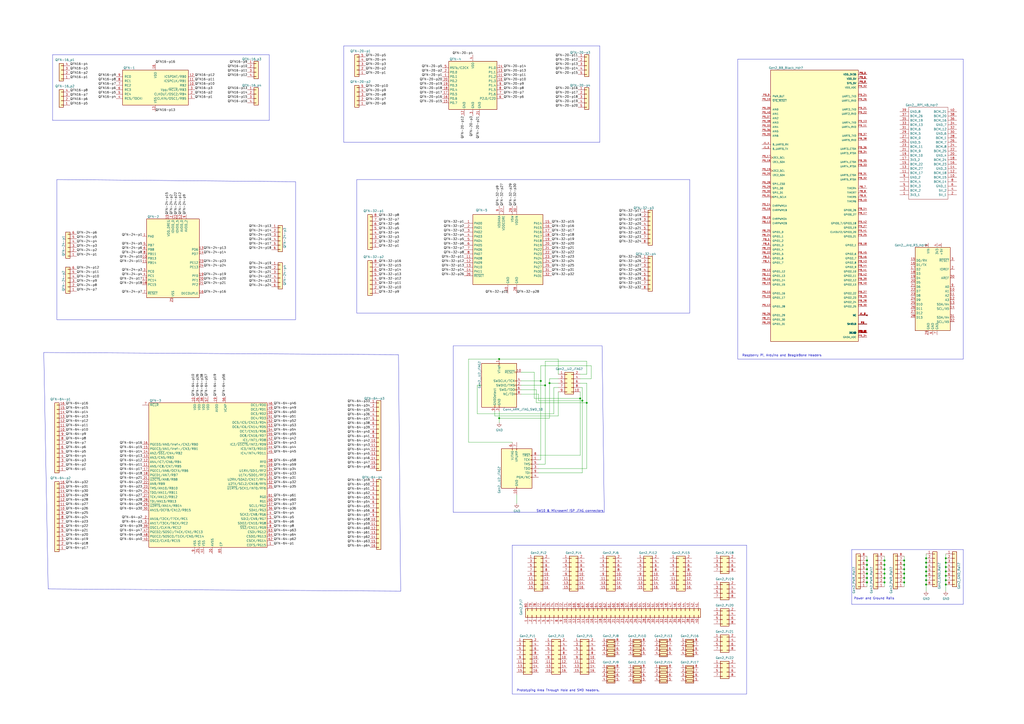
<source format=kicad_sch>
(kicad_sch (version 20230121) (generator eeschema)
  (paper "A2")
  (junction (at 548.64 339.09))
  (junction (at 537.21 323.85))
  (junction (at 513.08 335.28))
  (junction (at 537.21 331.47))
  (junction (at 502.92 332.74))
  (junction (at 548.64 336.55))
  (junction (at 502.92 325.12))
  (junction (at 337.82 232.41))
  (junction (at 513.08 332.74))
  (junction (at 318.77 222.25))
  (junction (at 289.56 208.28))
  (junction (at 548.64 328.93))
  (junction (at 513.08 327.66))
  (junction (at 513.08 330.2))
  (junction (at 524.51 330.2))
  (junction (at 316.23 223.52))
  (junction (at 340.36 233.68))
  (junction (at 513.08 337.82))
  (junction (at 537.21 328.93))
  (junction (at 524.51 332.74))
  (junction (at 524.51 325.12))
  (junction (at 524.51 327.66))
  (junction (at 502.92 330.2))
  (junction (at 548.64 334.01))
  (junction (at 524.51 335.28))
  (junction (at 537.21 339.09))
  (junction (at 502.92 335.28))
  (junction (at 336.55 231.14))
  (junction (at 502.92 327.66))
  (junction (at 537.21 326.39))
  (junction (at 513.08 325.12))
  (junction (at 548.64 326.39))
  (junction (at 524.51 337.82))
  (junction (at 313.69 220.98))
  (junction (at 537.21 334.01))
  (junction (at 502.92 337.82))
  (junction (at 548.64 331.47))
  (junction (at 548.64 323.85))
  (junction (at 289.56 242.57))
  (junction (at 537.21 336.55))
  (wire (pts (xy 271.78 208.28) (xy 289.56 208.28)))
  (wire (pts (xy 502.92 337.82) (xy 502.92 340.36)))
  (wire (pts (xy 302.26 215.9) (xy 309.88 215.9)))
  (polyline (pts (xy 207.01 104.14) (xy 207.01 181.61)))
  (polyline (pts (xy 558.8 350.52) (xy 494.03 350.52)))
  (wire (pts (xy 548.64 339.09) (xy 548.64 342.9)))
  (wire (pts (xy 340.36 233.68) (xy 340.36 271.78)))
  (wire (pts (xy 313.69 212.09) (xy 313.69 220.98)))
  (wire (pts (xy 276.86 240.03) (xy 276.86 223.52)))
  (wire (pts (xy 524.51 327.66) (xy 524.51 330.2)))
  (wire (pts (xy 337.82 232.41) (xy 337.82 274.32)))
  (wire (pts (xy 336.55 217.17) (xy 340.36 217.17)))
  (polyline (pts (xy 25.4 204.47) (xy 27.94 341.63)))
  (wire (pts (xy 537.21 336.55) (xy 537.21 339.09)))
  (wire (pts (xy 502.92 335.28) (xy 502.92 337.82)))
  (polyline (pts (xy 262.89 297.18) (xy 262.89 200.66)))
  (polyline (pts (xy 30.48 31.75) (xy 156.21 31.75)))
  (wire (pts (xy 318.77 242.57) (xy 289.56 242.57)))
  (polyline (pts (xy 297.18 402.59) (xy 297.18 316.23)))
  (wire (pts (xy 513.08 330.2) (xy 513.08 332.74)))
  (wire (pts (xy 513.08 322.58) (xy 513.08 325.12)))
  (wire (pts (xy 271.78 256.54) (xy 271.78 208.28)))
  (wire (pts (xy 297.18 256.54) (xy 271.78 256.54)))
  (wire (pts (xy 289.56 208.28) (xy 323.85 208.28)))
  (wire (pts (xy 309.88 231.14) (xy 336.55 231.14)))
  (wire (pts (xy 313.69 266.7) (xy 312.42 266.7)))
  (polyline (pts (xy 558.8 318.77) (xy 558.8 350.52)))
  (polyline (pts (xy 27.94 341.63) (xy 232.41 342.9)))
  (polyline (pts (xy 156.21 31.75) (xy 156.21 69.85)))
  (wire (pts (xy 323.85 208.28) (xy 323.85 217.17)))
  (wire (pts (xy 548.64 336.55) (xy 548.64 339.09)))
  (wire (pts (xy 537.21 323.85) (xy 537.21 326.39)))
  (wire (pts (xy 548.64 323.85) (xy 548.64 326.39)))
  (wire (pts (xy 337.82 224.79) (xy 337.82 232.41)))
  (wire (pts (xy 302.26 226.06) (xy 311.15 226.06)))
  (wire (pts (xy 340.36 217.17) (xy 340.36 209.55)))
  (wire (pts (xy 502.92 330.2) (xy 502.92 332.74)))
  (wire (pts (xy 537.21 331.47) (xy 537.21 334.01)))
  (wire (pts (xy 336.55 231.14) (xy 336.55 227.33)))
  (polyline (pts (xy 433.07 402.59) (xy 297.18 402.59)))
  (wire (pts (xy 524.51 325.12) (xy 524.51 327.66)))
  (wire (pts (xy 524.51 337.82) (xy 524.51 340.36)))
  (wire (pts (xy 311.15 233.68) (xy 340.36 233.68)))
  (wire (pts (xy 502.92 327.66) (xy 502.92 330.2)))
  (wire (pts (xy 502.92 325.12) (xy 502.92 327.66)))
  (wire (pts (xy 316.23 223.52) (xy 316.23 269.24)))
  (wire (pts (xy 502.92 322.58) (xy 502.92 325.12)))
  (wire (pts (xy 302.26 223.52) (xy 316.23 223.52)))
  (polyline (pts (xy 494.03 350.52) (xy 494.03 318.77)))
  (polyline (pts (xy 30.48 69.85) (xy 30.48 31.75)))
  (wire (pts (xy 323.85 241.3) (xy 323.85 227.33)))
  (wire (pts (xy 323.85 224.79) (xy 321.31 224.79)))
  (wire (pts (xy 342.9 212.09) (xy 313.69 212.09)))
  (wire (pts (xy 302.26 220.98) (xy 313.69 220.98)))
  (wire (pts (xy 336.55 224.79) (xy 337.82 224.79)))
  (wire (pts (xy 312.42 228.6) (xy 312.42 232.41)))
  (wire (pts (xy 537.21 321.31) (xy 537.21 323.85)))
  (wire (pts (xy 318.77 222.25) (xy 318.77 242.57)))
  (wire (pts (xy 340.36 222.25) (xy 340.36 233.68)))
  (polyline (pts (xy 427.99 208.28) (xy 427.99 34.29)))
  (wire (pts (xy 337.82 232.41) (xy 312.42 232.41)))
  (wire (pts (xy 336.55 264.16) (xy 312.42 264.16)))
  (wire (pts (xy 548.64 331.47) (xy 548.64 334.01)))
  (wire (pts (xy 316.23 209.55) (xy 316.23 223.52)))
  (wire (pts (xy 309.88 215.9) (xy 309.88 231.14)))
  (wire (pts (xy 316.23 269.24) (xy 312.42 269.24)))
  (wire (pts (xy 513.08 337.82) (xy 513.08 340.36)))
  (polyline (pts (xy 33.02 185.42) (xy 33.02 104.14)))
  (wire (pts (xy 513.08 332.74) (xy 513.08 335.28)))
  (polyline (pts (xy 433.07 316.23) (xy 433.07 402.59)))
  (polyline (pts (xy 558.8 208.28) (xy 427.99 208.28)))
  (wire (pts (xy 321.31 224.79) (xy 321.31 240.03)))
  (wire (pts (xy 548.64 326.39) (xy 548.64 328.93)))
  (wire (pts (xy 289.56 242.57) (xy 289.56 238.76)))
  (wire (pts (xy 524.51 332.74) (xy 524.51 335.28)))
  (polyline (pts (xy 232.41 342.9) (xy 231.14 205.74)))
  (wire (pts (xy 321.31 240.03) (xy 276.86 240.03)))
  (polyline (pts (xy 171.45 185.42) (xy 33.02 185.42)))
  (wire (pts (xy 502.92 332.74) (xy 502.92 335.28)))
  (polyline (pts (xy 350.52 297.18) (xy 262.89 297.18)))
  (polyline (pts (xy 262.89 200.66) (xy 349.25 200.66)))
  (wire (pts (xy 537.21 334.01) (xy 537.21 336.55)))
  (wire (pts (xy 537.21 339.09) (xy 537.21 342.9)))
  (polyline (pts (xy 494.03 318.77) (xy 558.8 318.77)))
  (polyline (pts (xy 33.02 104.14) (xy 171.45 105.41)))
  (wire (pts (xy 524.51 330.2) (xy 524.51 332.74)))
  (wire (pts (xy 287.02 238.76) (xy 287.02 241.3)))
  (wire (pts (xy 323.85 222.25) (xy 318.77 222.25)))
  (polyline (pts (xy 349.25 200.66) (xy 350.52 297.18)))
  (wire (pts (xy 537.21 326.39) (xy 537.21 328.93)))
  (wire (pts (xy 548.64 334.01) (xy 548.64 336.55)))
  (polyline (pts (xy 199.39 82.55) (xy 199.39 26.67)))
  (polyline (pts (xy 347.98 82.55) (xy 199.39 82.55)))
  (wire (pts (xy 276.86 223.52) (xy 279.4 223.52)))
  (polyline (pts (xy 156.21 69.85) (xy 30.48 69.85)))
  (wire (pts (xy 289.56 242.57) (xy 289.56 245.11)))
  (wire (pts (xy 513.08 335.28) (xy 513.08 337.82)))
  (polyline (pts (xy 558.8 34.29) (xy 558.8 208.28)))
  (polyline (pts (xy 400.05 181.61) (xy 400.05 104.14)))
  (wire (pts (xy 537.21 328.93) (xy 537.21 331.47)))
  (wire (pts (xy 318.77 219.71) (xy 323.85 219.71)))
  (wire (pts (xy 336.55 231.14) (xy 336.55 264.16)))
  (wire (pts (xy 336.55 222.25) (xy 340.36 222.25)))
  (polyline (pts (xy 427.99 34.29) (xy 558.8 34.29)))
  (polyline (pts (xy 171.45 105.41) (xy 171.45 185.42)))
  (polyline (pts (xy 400.05 104.14) (xy 207.01 104.14)))
  (wire (pts (xy 299.72 287.02) (xy 299.72 292.1)))
  (wire (pts (xy 513.08 325.12) (xy 513.08 327.66)))
  (wire (pts (xy 313.69 220.98) (xy 313.69 266.7)))
  (wire (pts (xy 340.36 271.78) (xy 312.42 271.78)))
  (wire (pts (xy 336.55 219.71) (xy 342.9 219.71)))
  (wire (pts (xy 548.64 321.31) (xy 548.64 323.85)))
  (wire (pts (xy 302.26 228.6) (xy 312.42 228.6)))
  (wire (pts (xy 287.02 241.3) (xy 323.85 241.3)))
  (polyline (pts (xy 199.39 26.67) (xy 347.98 26.67)))
  (polyline (pts (xy 297.18 316.23) (xy 433.07 316.23)))
  (wire (pts (xy 524.51 335.28) (xy 524.51 337.82)))
  (polyline (pts (xy 347.98 26.67) (xy 347.98 82.55)))
  (wire (pts (xy 548.64 328.93) (xy 548.64 331.47)))
  (polyline (pts (xy 231.14 205.74) (xy 25.4 204.47)))
  (wire (pts (xy 342.9 219.71) (xy 342.9 212.09)))
  (wire (pts (xy 524.51 322.58) (xy 524.51 325.12)))
  (wire (pts (xy 337.82 274.32) (xy 312.42 274.32)))
  (wire (pts (xy 318.77 219.71) (xy 318.77 222.25)))
  (wire (pts (xy 513.08 327.66) (xy 513.08 330.2)))
  (wire (pts (xy 311.15 226.06) (xy 311.15 233.68)))
  (wire (pts (xy 340.36 209.55) (xy 316.23 209.55)))
  (polyline (pts (xy 207.01 181.61) (xy 400.05 181.61)))
  (text "SW10 & Microsemi ISP JTAG connectors" (at 311.15 297.18 0) (effects (font (size 1.27 1.27)) (justify left bottom)))
  (text "Raspberry Pi, Arduino and BeagleBone Headers" (at 430.53 207.01 0) (effects (font (size 1.27 1.27)) (justify left bottom)))
  (text "Power and Ground Rails\n" (at 495.3 347.98 0) (effects (font (size 1.27 1.27)) (justify left bottom)))
  (text "Prototyping Area Through Hole and SMD headers." (at 299.72 401.32 0) (effects (font (size 1.27 1.27)) (justify left bottom)))
  (label "QFN-64-p11" (at 82.55 270.51 180))
  (label "QFN-64-p63" (at 214.63 314.96 180))
  (label "QFN-64-p57" (at 120.65 229.87 90))
  (label "QFN16-p11" (at 113.03 46.99 0))
  (label "QFN-24-p11" (at 82.55 152.4 180))
  (label "QFN-64-p46" (at 158.75 234.95 0))
  (label "QFN-32-p15" (at 219.71 154.94 0))
  (label "QFN-64-p25" (at 38.1 298.45 0))
  (label "QFN-24-p21" (at 118.11 165.1 0))
  (label "QFN-24-p8" (at 82.55 147.32 180))
  (label "QFN-32-p22" (at 320.04 147.32 0))
  (label "QFN-32-p29" (at 297.18 119.38 90))
  (label "QFN-24-p23" (at 157.48 163.83 180))
  (label "QFN16-p16" (at 90.17 36.83 0))
  (label "QFN-32-p26" (at 372.11 152.4 180))
  (label "QFN-64-p38" (at 118.11 229.87 90))
  (label "QFN-64-p4" (at 158.75 298.45 0))
  (label "QFN16-p13" (at 90.17 64.77 0))
  (label "QFN-64-p36" (at 214.63 241.3 180))
  (label "QFN-32-p21" (at 372.11 133.35 180))
  (label "QFN-64-p54" (at 214.63 292.1 180))
  (label "QFN-64-p17" (at 82.55 273.05 180))
  (label "QFN-64-p22" (at 82.55 280.67 180))
  (label "QFN-64-p46" (at 214.63 266.7 180))
  (label "QFN16-p8" (at 40.64 53.34 0))
  (label "QFN-64-p10" (at 38.1 250.19 0))
  (label "QFN-64-p47" (at 214.63 269.24 180))
  (label "QFN-20-p18" (at 256.54 52.07 180))
  (label "QFN-32-p1" (at 219.71 143.51 0))
  (label "QFN-24-p12" (at 44.45 156.21 0))
  (label "QFN-64-p59" (at 158.75 270.51 0))
  (label "QFN-20-p2" (at 212.09 40.64 0))
  (label "QFN-64-p14" (at 38.1 240.03 0))
  (label "QFN-32-p31" (at 320.04 157.48 0))
  (label "QFN-64-p58" (at 214.63 302.26 180))
  (label "QFN-64-p2" (at 38.1 270.51 0))
  (label "QFN-24-p19" (at 118.11 160.02 0))
  (label "QFN-64-p3" (at 82.55 303.53 180))
  (label "QFN-64-p19" (at 38.1 313.69 0))
  (label "QFN-64-p18" (at 82.55 275.59 180))
  (label "QFN-64-p34" (at 214.63 236.22 180))
  (label "QFN-64-p47" (at 82.55 308.61 180))
  (label "QFN-64-p27" (at 82.55 288.29 180))
  (label "QFN-32-p31" (at 372.11 165.1 180))
  (label "QFN-64-p19" (at 125.73 229.87 90))
  (label "QFN-32-p4" (at 269.24 137.16 180))
  (label "QFN-32-p20" (at 320.04 142.24 0))
  (label "QFN16-p6" (at 40.64 58.42 0))
  (label "QFN-64-p42" (at 158.75 255.27 0))
  (label "QFN-64-p26" (at 38.1 295.91 0))
  (label "QFN-64-p29" (at 38.1 288.29 0))
  (label "QFN-64-p35" (at 214.63 238.76 180))
  (label "QFN-20-p4" (at 274.32 31.75 180))
  (label "QFN-20-p12" (at 269.24 67.31 270))
  (label "QFN-32-p7" (at 269.24 144.78 180))
  (label "QFN-32-p18" (at 372.11 125.73 180))
  (label "QFN-32-p22" (at 372.11 135.89 180))
  (label "QFN-20-p15" (at 335.28 43.18 180))
  (label "QFN-24-p20" (at 118.11 162.56 0))
  (label "QFN-64-p30" (at 38.1 285.75 0))
  (label "QFN-32-p25" (at 320.04 154.94 0))
  (label "QFN-32-p27" (at 372.11 154.94 180))
  (label "QFN-24-p4" (at 44.45 140.97 0))
  (label "QFN-32-p9" (at 289.56 119.38 90))
  (label "QFN-20-p15" (at 256.54 59.69 180))
  (label "QFN-20-p18" (at 335.28 57.15 180))
  (label "QFN-64-p23" (at 82.55 283.21 180))
  (label "QFN-20-p12" (at 335.28 35.56 180))
  (label "QFN-64-p9" (at 38.1 252.73 0))
  (label "QFN-64-p28" (at 38.1 290.83 0))
  (label "QFN16-p10" (at 143.51 39.37 180))
  (label "QFN-24-p17" (at 82.55 162.56 180))
  (label "QFN-64-p58" (at 158.75 267.97 0))
  (label "QFN-32-p7" (at 219.71 128.27 0))
  (label "QFN-64-p64" (at 214.63 317.5 180))
  (label "QFN-20-p1" (at 212.09 43.18 0))
  (label "QFN-24-p20" (at 157.48 156.21 180))
  (label "QFN-24-p6" (at 82.55 144.78 180))
  (label "QFN-64-p62" (at 158.75 313.69 0))
  (label "QFN-64-p52" (at 214.63 287.02 180))
  (label "QFN-64-p5" (at 38.1 262.89 0))
  (label "QFN-64-p13" (at 82.55 265.43 180))
  (label "QFN-64-p31" (at 158.75 278.13 0))
  (label "QFN-32-p32" (at 320.04 160.02 0))
  (label "QFN-64-p16" (at 82.55 257.81 180))
  (label "QFN-20-p21" (at 278.13 67.31 270))
  (label "QFN-20-p17" (at 256.54 54.61 180))
  (label "QFN-20-p10" (at 212.09 50.8 0))
  (label "QFN-64-p32" (at 38.1 280.67 0))
  (label "QFN-32-p23" (at 372.11 138.43 180))
  (label "QFN-32-p13" (at 269.24 154.94 180))
  (label "QFN-32-p30" (at 299.72 119.38 90))
  (label "QFN-20-p7" (at 292.1 54.61 0))
  (label "QFN-64-p4" (at 38.1 265.43 0))
  (label "QFN16-p13" (at 143.51 52.07 180))
  (label "QFN-24-p22" (at 102.87 124.46 90))
  (label "QFN-64-p48" (at 214.63 271.78 180))
  (label "QFN16-p1" (at 40.64 45.72 0))
  (label "QFN-64-p48" (at 82.55 311.15 180))
  (label "QFN-64-p33" (at 214.63 233.68 180))
  (label "QFN-64-p16" (at 38.1 234.95 0))
  (label "QFN-64-p53" (at 214.63 289.56 180))
  (label "QFN-64-p12" (at 38.1 245.11 0))
  (label "QFN16-p15" (at 143.51 57.15 180))
  (label "QFN-64-p10" (at 113.03 229.87 90))
  (label "QFN-24-p10" (at 44.45 161.29 0))
  (label "QFN-32-p19" (at 372.11 128.27 180))
  (label "QFN-64-p43" (at 158.75 257.81 0))
  (label "QFN-32-p5" (at 219.71 133.35 0))
  (label "QFN-64-p59" (at 214.63 304.8 180))
  (label "QFN-24-p1" (at 82.55 137.16 180))
  (label "QFN-24-p7" (at 82.55 170.18 180))
  (label "QFN-64-p23" (at 38.1 303.53 0))
  (label "QFN-32-p8" (at 269.24 147.32 180))
  (label "QFN-24-p16" (at 118.11 170.18 0))
  (label "QFN-64-p30" (at 82.55 295.91 180))
  (label "QFN-24-p8" (at 44.45 166.37 0))
  (label "QFN-64-p17" (at 38.1 318.77 0))
  (label "QFN-20-p13" (at 335.28 38.1 180))
  (label "QFN-64-p63" (at 158.75 308.61 0))
  (label "QFN16-p5" (at 67.31 54.61 180))
  (label "QFN-64-p14" (at 82.55 262.89 180))
  (label "QFN-20-p3" (at 212.09 38.1 0))
  (label "QFN-24-p22" (at 157.48 161.29 180))
  (label "QFN16-p6" (at 67.31 52.07 180))
  (label "QFN-64-p56" (at 130.81 229.87 90))
  (label "QFN-32-p11" (at 269.24 149.86 180))
  (label "QFN-20-p9" (at 212.09 53.34 0))
  (label "QFN16-p2" (at 40.64 43.18 0))
  (label "QFN-32-p30" (at 372.11 162.56 180))
  (label "QFN-20-p1" (at 256.54 44.45 180))
  (label "QFN-64-p31" (at 38.1 283.21 0))
  (label "QFN-32-p17" (at 372.11 123.19 180))
  (label "QFN-20-p14" (at 292.1 39.37 0))
  (label "QFN-64-p57" (at 214.63 299.72 180))
  (label "QFN-64-p50" (at 214.63 281.94 180))
  (label "QFN16-p7" (at 67.31 49.53 180))
  (label "QFN-64-p45" (at 214.63 264.16 180))
  (label "QFN-20-p9" (at 292.1 49.53 0))
  (label "QFN-64-p37" (at 158.75 293.37 0))
  (label "QFN-24-p5" (at 44.45 138.43 0))
  (label "QFN-24-p19" (at 157.48 153.67 180))
  (label "QFN-24-p13" (at 157.48 132.08 180))
  (label "QFN-64-p27" (at 38.1 293.37 0))
  (label "QFN16-p3" (at 113.03 52.07 0))
  (label "QFN-64-p60" (at 158.75 290.83 0))
  (label "QFN-64-p24" (at 82.55 285.75 180))
  (label "QFN-24-p1" (at 44.45 148.59 0))
  (label "QFN-64-p39" (at 214.63 248.92 180))
  (label "QFN-32-p9" (at 219.71 170.18 0))
  (label "QFN-64-p42" (at 214.63 256.54 180))
  (label "QFN-24-p12" (at 105.41 124.46 90))
  (label "QFN-24-p5" (at 82.55 142.24 180))
  (label "QFN-64-p8" (at 158.75 306.07 0))
  (label "QFN-64-p12" (at 82.55 267.97 180))
  (label "QFN16-p4" (at 67.31 57.15 180))
  (label "QFN-64-p40" (at 82.55 313.69 180))
  (label "QFN16-p5" (at 40.64 60.96 0))
  (label "QFN-20-p6" (at 292.1 57.15 0))
  (label "QFN16-p16" (at 143.51 59.69 180))
  (label "QFN-32-p25" (at 372.11 149.86 180))
  (label "QFN-64-p37" (at 214.63 243.84 180))
  (label "QFN-24-p7" (at 44.45 168.91 0))
  (label "QFN-32-p16" (at 219.71 152.4 0))
  (label "QFN-20-p16" (at 335.28 52.07 180))
  (label "QFN-64-p34" (at 158.75 273.05 0))
  (label "QFN-32-p3" (at 219.71 138.43 0))
  (label "QFN-64-p64" (at 158.75 311.15 0))
  (label "QFN-24-p11" (at 44.45 158.75 0))
  (label "QFN16-p4" (at 40.64 38.1 0))
  (label "QFN-32-p20" (at 372.11 130.81 180))
  (label "QFN-32-p17" (at 320.04 134.62 0))
  (label "QFN-64-p51" (at 214.63 284.48 180))
  (label "QFN-24-p15" (at 97.79 124.46 90))
  (label "QFN-64-p61" (at 158.75 288.29 0))
  (label "QFN16-p12" (at 143.51 44.45 180))
  (label "QFN16-p8" (at 67.31 46.99 180))
  (label "QFN-64-p44" (at 214.63 261.62 180))
  (label "QFN-20-p7" (at 212.09 58.42 0))
  (label "QFN-64-p52" (at 158.75 245.11 0))
  (label "QFN-32-p28" (at 299.72 170.18 0))
  (label "QFN-64-p21" (at 82.55 278.13 180))
  (label "QFN-20-p8" (at 212.09 55.88 0))
  (label "QFN-24-p10" (at 82.55 149.86 180))
  (label "QFN-24-p15" (at 157.48 137.16 180))
  (label "QFN-32-p12" (at 269.24 152.4 180))
  (label "QFN-32-p29" (at 372.11 160.02 180))
  (label "QFN-24-p4" (at 82.55 160.02 180))
  (label "QFN-24-p16" (at 157.48 139.7 180))
  (label "QFN-64-p6" (at 38.1 260.35 0))
  (label "QFN-20-p2" (at 256.54 41.91 180))
  (label "QFN-20-p6" (at 212.09 60.96 0))
  (label "QFN-24-p3" (at 82.55 157.48 180))
  (label "QFN16-p9" (at 67.31 44.45 180))
  (label "QFN-20-p19" (at 256.54 49.53 180))
  (label "QFN-64-p15" (at 82.55 260.35 180))
  (label "QFN-32-p24" (at 320.04 152.4 0))
  (label "QFN16-p12" (at 113.03 44.45 0))
  (label "QFN-32-p26" (at 269.24 160.02 180))
  (label "QFN-64-p18" (at 38.1 316.23 0))
  (label "QFN-20-p13" (at 292.1 41.91 0))
  (label "QFN-20-p20" (at 335.28 62.23 180))
  (label "QFN16-p11" (at 143.51 41.91 180))
  (label "QFN-32-p12" (at 219.71 162.56 0))
  (label "QFN16-p7" (at 40.64 55.88 0))
  (label "QFN-20-p3" (at 274.32 67.31 270))
  (label "QFN-64-p21" (at 38.1 308.61 0))
  (label "QFN-32-p2" (at 219.71 140.97 0))
  (label "QFN-64-p28" (at 82.55 290.83 180))
  (label "QFN-20-p10" (at 292.1 46.99 0))
  (label "QFN-32-p21" (at 320.04 144.78 0))
  (label "QFN-32-p6" (at 219.71 130.81 0))
  (label "QFN-64-p6" (at 158.75 303.53 0))
  (label "QFN-32-p13" (at 219.71 160.02 0))
  (label "QFN-24-p24" (at 118.11 154.94 0))
  (label "QFN16-p10" (at 113.03 49.53 0))
  (label "QFN-20-p20" (at 256.54 46.99 180))
  (label "QFN-32-p3" (at 269.24 134.62 180))
  (label "QFN-32-p28" (at 372.11 157.48 180))
  (label "QFN-32-p24" (at 372.11 140.97 180))
  (label "QFN-64-p41" (at 214.63 254 180))
  (label "QFN-20-p5" (at 212.09 33.02 0))
  (label "QFN-64-p20" (at 38.1 311.15 0))
  (label "QFN-64-p7" (at 38.1 257.81 0))
  (label "QFN16-p2" (at 113.03 54.61 0))
  (label "QFN-20-p14" (at 335.28 40.64 180))
  (label "QFN-32-p1" (at 269.24 129.54 180))
  (label "QFN-20-p4" (at 212.09 35.56 0))
  (label "QFN-64-p3" (at 38.1 267.97 0))
  (label "QFN-64-p54" (at 158.75 250.19 0))
  (label "QFN16-p9" (at 143.51 36.83 180))
  (label "QFN-64-p45" (at 158.75 262.89 0))
  (label "QFN-64-p61" (at 214.63 309.88 180))
  (label "QFN-32-p27" (at 292.1 119.38 90))
  (label "QFN-24-p23" (at 118.11 152.4 0))
  (label "QFN-32-p11" (at 219.71 165.1 0))
  (label "QFN-64-p51" (at 158.75 242.57 0))
  (label "QFN-24-p2" (at 44.45 146.05 0))
  (label "QFN-64-p38" (at 214.63 246.38 180))
  (label "QFN-64-p43" (at 214.63 259.08 180))
  (label "QFN-24-p24" (at 157.48 166.37 180))
  (label "QFN-64-p55" (at 158.75 252.73 0))
  (label "QFN-64-p50" (at 158.75 240.03 0))
  (label "QFN-32-p19" (at 320.04 139.7 0))
  (label "QFN-32-p23" (at 320.04 149.86 0))
  (label "QFN-64-p53" (at 158.75 247.65 0))
  (label "QFN16-p1" (at 113.03 57.15 0))
  (label "QFN-64-p44" (at 158.75 260.35 0))
  (label "QFN-64-p56" (at 214.63 297.18 180))
  (label "QFN-64-p36" (at 158.75 295.91 0))
  (label "QFN-24-p2" (at 100.33 124.46 90))
  (label "QFN-32-p6" (at 269.24 142.24 180))
  (label "QFN-24-p14" (at 157.48 134.62 180))
  (label "QFN-32-p32" (at 372.11 167.64 180))
  (label "QFN16-p3" (at 40.64 40.64 0))
  (label "QFN-64-p15" (at 38.1 237.49 0))
  (label "QFN-24-p9" (at 44.45 163.83 0))
  (label "QFN-20-p11" (at 292.1 44.45 0))
  (label "QFN-20-p5" (at 256.54 39.37 180))
  (label "QFN-24-p17" (at 157.48 142.24 180))
  (label "QFN-64-p22" (at 38.1 306.07 0))
  (label "QFN-24-p3" (at 44.45 143.51 0))
  (label "QFN-32-p8" (at 219.71 125.73 0))
  (label "QFN-64-p1" (at 158.75 316.23 0))
  (label "QFN-64-p2" (at 82.55 300.99 180))
  (label "QFN-32-p14" (at 219.71 157.48 0))
  (label "QFN-20-p17" (at 335.28 54.61 180))
  (label "QFN-32-p5" (at 269.24 139.7 180))
  (label "QFN-64-p55" (at 214.63 294.64 180))
  (label "QFN-24-p21" (at 157.48 158.75 180))
  (label "QFN-64-p26" (at 115.57 229.87 90))
  (label "QFN-24-p14" (at 118.11 147.32 0))
  (label "QFN-64-p11" (at 38.1 247.65 0))
  (label "QFN-32-p15" (at 320.04 129.54 0))
  (label "QFN-20-p8" (at 292.1 52.07 0))
  (label "QFN-32-p10" (at 219.71 167.64 0))
  (label "QFN-64-p8" (at 38.1 255.27 0))
  (label "QFN-64-p5" (at 158.75 300.99 0))
  (label "QFN-32-p10" (at 294.64 170.18 180))
  (label "QFN-64-p39" (at 82.55 306.07 180))
  (label "QFN-64-p29" (at 82.55 293.37 180))
  (label "QFN-32-p4" (at 219.71 135.89 0))
  (label "QFN-20-p19" (at 335.28 59.69 180))
  (label "QFN-32-p18" (at 320.04 137.16 0))
  (label "QFN-64-p49" (at 158.75 237.49 0))
  (label "QFN16-p14" (at 143.51 54.61 180))
  (label "QFN-64-p32" (at 158.75 280.67 0))
  (label "QFN-64-p33" (at 158.75 275.59 0))
  (label "QFN-20-p11" (at 335.28 33.02 180))
  (label "QFN-64-p1" (at 38.1 273.05 0))
  (label "QFN-64-p13" (at 38.1 242.57 0))
  (label "QFN-24-p13" (at 118.11 144.78 0))
  (label "QFN-64-p62" (at 214.63 312.42 180))
  (label "QFN-64-p40" (at 214.63 251.46 180))
  (label "QFN-64-p24" (at 38.1 300.99 0))
  (label "QFN-32-p16" (at 320.04 132.08 0))
  (label "QFN-64-p60" (at 214.63 307.34 180))
  (label "QFN-32-p14" (at 269.24 157.48 180))
  (label "QFN-24-p6" (at 44.45 135.89 0))
  (label "QFN-64-p49" (at 214.63 279.4 180))
  (label "QFN-20-p16" (at 256.54 57.15 180))
  (label "QFN-32-p2" (at 269.24 132.08 180))
  (label "QFN-24-p18" (at 157.48 144.78 180))
  (label "QFN-64-p35" (at 158.75 283.21 0))
  (label "QFN-24-p9" (at 107.95 124.46 90))
  (label "QFN-24-p18" (at 82.55 165.1 180))
  (symbol (lib_id "MCU_Module:Arduino_UNO_R3") (at 541.02 166.37 0) (unit 1)
    (property "Reference" "Gen2__Ard_R3_Hdr?" (at 528.32 142.24 0))
    (property "Value" "Arduino_UNO_R3" (effects hide))
    (property "Footprint" "Module:Arduino_UNO_R3" (effects hide))
    (property "Datasheet" "https://www.arduino.cc/en/Main/arduinoBoardUno" (effects hide))
    (instances (project "FPGAs-Ard_RPi_BB" (path "" (reference "Gen2__Ard_R3_Hdr?") (unit 1)) (path "" (reference "Gen2__Ard_R3_Hdr?") (unit 1)) (path "" (reference "Gen2__Ard_R3_Hdr1") (unit 1)) (path "" (reference "Gen2__Ard_R3_Hdr?") (unit 1)) (path "" (reference "Gen2__Ard_R3_Hdr?") (unit 1)) (path "" (reference "Gen2__Ard_R3_Hdr?") (unit 1))))
  )
  (symbol (lib_id "FPGAs-Ard_RPi_BB-rescue:RASPBERRY_PI_4B_+_Samtec_ESP-120-33-G-D-RASPBERRY_PI_4B_+_Samtec_ESP-1") (at 521.97 64.77 0) (unit 1)
    (property "Reference" "Gen2__RPi_4B_Hdr?" (at 534.67 60.96 0))
    (property "Value" "RASPBERRY_PI_4B_+_Samtec_ESP-120-33-G-D" (effects hide))
    (property "Footprint" "RASPBERRY_PI_4B_+_Samtec_ESP-1:RASPBERRYPI4B4GB" (effects hide))
    (property "Datasheet" "https://www.raspberrypi.org/documentation/hardware/raspberrypi/mechanical/rpi_MECH_4b_4p0.pdf" (effects hide))
    (property "Description" "RASPBERRY PI 4 MODEL B with Samtec ESP-120-33-G-D connector drawn from underneath for use as a plug in module." (effects hide))
    (property "Height" "24.3" (effects hide))
    (property "Manufacturer_Name" "RASPBERRY-PI" (effects hide))
    (property "Manufacturer_Part_Number" "RASPBERRY PI 4B + Samtec ESP-120-33-G-D" (effects hide))
    (instances (project "FPGAs-Ard_RPi_BB" (path "" (reference "Gen2__RPi_4B_Hdr?") (unit 1)) (path "" (reference "Gen2__RPi_4B_Hdr?") (unit 1)) (path "" (reference "Gen2__RPi_4B_Hdr1") (unit 1)) (path "" (reference "Gen2__RPi_4B_Hdr?") (unit 1)) (path "" (reference "Gen2__RPi_4B_Hdr?") (unit 1)) (path "" (reference "Gen2__RPi_4B_Hdr?") (unit 1))))
  )
  (symbol (lib_id "FPGAs-Ard_RPi_BB-rescue:BEAGLEBONEBLACK-BEAGLEBONEBLACK") (at 472.44 119.38 0) (unit 1)
    (property "Reference" "Gen2_BB_Black_Hdr?" (at 455.93 39.37 0))
    (property "Value" "BEAGLEBONEBLACK" (effects hide))
    (property "Footprint" "BEAGLEBONEBLACK:MODULE_BEAGLEBONEBLACK" (effects hide))
    (property "MANUFACTURER" "Bearings Limited" (effects hide))
    (property "MAXIMUM_PACKAGE_HEIGHT" "4.76 mm" (effects hide))
    (property "PARTREV" "C" (effects hide))
    (property "STANDARD" "Manufacturer Recommendations" (effects hide))
    (instances (project "FPGAs-Ard_RPi_BB" (path "" (reference "Gen2_BB_Black_Hdr?") (unit 1)) (path "" (reference "Gen2_BB_Black_Hdr?") (unit 1)) (path "" (reference "Gen2_BB_Black_Hdr1") (unit 1)) (path "" (reference "Gen2_BB_Black_Hdr?") (unit 1)) (path "" (reference "Gen2_BB_Black_Hdr?") (unit 1)) (path "" (reference "Gen2_BB_Black_Hdr?") (unit 1))))
  )
  (symbol (lib_id "power:GND") (at 299.72 292.1 0) (unit 1)
    (property "Reference" "#PWR?" (effects hide))
    (property "Value" "GND" (at 299.847 296.4942 0))
    (instances (project "FPGAs-Ard_RPi_BB" (path "" (reference "#PWR?") (unit 1)) (path "" (reference "#PWR064") (unit 1)) (path "" (reference "#PWR?") (unit 1)) (path "" (reference "#PWR?") (unit 1))))
  )
  (symbol (lib_id "Connector:Microsemi_FlashPro-JTAG-10") (at 299.72 271.78 0) (unit 1)
    (property "Reference" "Gen2__U2_JTAG?" (at 289.56 270.51 90) (effects (justify right)))
    (property "Value" "Microsemi_FlashPro-JTAG-10" (effects hide))
    (property "Footprint" "Connector_PinSocket_2.54mm:PinSocket_2x04_P2.54mm_Vertical" (effects hide))
    (property "Datasheet" "https://www.microsemi.com/document-portal/doc_view/129973-lpf-ac386-an" (effects hide))
    (instances (project "FPGAs-Ard_RPi_BB" (path "" (reference "Gen2__U2_JTAG?") (unit 1)) (path "" (reference "Gen2__U2_JTAG?") (unit 1)) (path "" (reference "Gen2__U2_JTAG2") (unit 1))))
  )
  (symbol (lib_id "Connector_Generic:Conn_02x05_Odd_Even") (at 328.93 222.25 0) (unit 1)
    (property "Reference" "Gen2__U2_JTAG?" (at 330.2 213.995 0))
    (property "Value" "Conn_02x05_Odd_Even" (effects hide))
    (property "Footprint" "Connector_PinSocket_1.27mm:PinSocket_2x05_P1.27mm_Vertical" (effects hide))
    (instances (project "FPGAs-Ard_RPi_BB" (path "" (reference "Gen2__U2_JTAG?") (unit 1)) (path "" (reference "Gen2__U2_JTAG?") (unit 1)) (path "" (reference "Gen2__U2_JTAG3") (unit 1))))
  )
  (symbol (lib_id "power:GND") (at 289.56 245.11 0) (unit 1)
    (property "Reference" "#PWR?" (effects hide))
    (property "Value" "GND" (at 289.687 249.5042 0))
    (instances (project "FPGAs-Ard_RPi_BB" (path "" (reference "#PWR?") (unit 1)) (path "" (reference "#PWR063") (unit 1)) (path "" (reference "#PWR?") (unit 1)) (path "" (reference "#PWR?") (unit 1))))
  )
  (symbol (lib_id "Connector:Conn_ARM_JTAG_SWD_10") (at 289.56 223.52 0) (unit 1)
    (property "Reference" "Gen2__U2_JTAG?" (at 278.13 209.55 90) (effects (justify right)))
    (property "Value" "Conn_ARM_JTAG_SWD_10" (at 314.96 237.49 0) (effects (justify right)))
    (property "Footprint" "JTAG_Connector:Tag-Connect_TC2050-IDC-FP_2x05_P1.27mm_Vertical" (effects hide))
    (property "Datasheet" "http://infocenter.arm.com/help/topic/com.arm.doc.ddi0314h/DDI0314H_coresight_components_trm.pdf" (effects hide))
    (instances (project "FPGAs-Ard_RPi_BB" (path "" (reference "Gen2__U2_JTAG?") (unit 1)) (path "" (reference "Gen2__U2_JTAG?") (unit 1)) (path "" (reference "Gen2__U2_JTAG1") (unit 1))))
  )
  (symbol (lib_id "MCU_Microchip_PIC16:PIC16F505-IMG") (at 90.17 49.53 0) (unit 1)
    (property "Reference" "QFN-1" (at 74.93 39.37 0))
    (property "Value" "PIC16F505-IMG" (effects hide))
    (property "Footprint" "Package_DFN_QFN:QFN-16-1EP_3x3mm_P0.5mm_EP1.7x1.7mm" (effects hide))
    (property "Datasheet" "http://ww1.microchip.com/downloads/en/DeviceDoc/41236E.pdf" (effects hide))
  )
  (symbol (lib_id "MCU_SiliconLabs:EFM8BB10F8I-A-QFN20") (at 274.32 49.53 0) (unit 1)
    (property "Reference" "QFN-4" (at 264.16 34.29 0))
    (property "Value" "EFM8BB10F8I-A-QFN20" (effects hide))
    (property "Footprint" "Package_DFN_QFN:SiliconLabs_QFN-20-1EP_3x3mm_P0.5mm_EP1.8x1.8mm" (effects hide))
    (property "Datasheet" "https://www.silabs.com/documents/public/data-sheets/efm8bb1-datasheet.pdf" (effects hide))
  )
  (symbol (lib_id "MCU_SiliconLabs:EFM32HG108F64G-C-QFN24") (at 100.33 149.86 0) (unit 1)
    (property "Reference" "QFN-2" (at 88.9 125.73 0))
    (property "Value" "EFM32HG108F64G-C-QFN24" (effects hide))
    (property "Footprint" "Package_DFN_QFN:QFN-24-1EP_5x5mm_P0.65mm_EP3.6x3.6mm" (effects hide))
    (property "Datasheet" "https://www.silabs.com/documents/public/data-sheets/efm32hg-datasheet.pdf" (effects hide))
  )
  (symbol (lib_id "MCU_Microchip_SAML:ATSAML21E18B-MUT") (at 294.64 144.78 0) (unit 1)
    (property "Reference" "QFN-5" (at 279.4 121.92 0))
    (property "Value" "ATSAML21E18B-MUT" (effects hide))
    (property "Footprint" "Package_DFN_QFN:QFN-32-1EP_5x5mm_P0.5mm_EP3.45x3.45mm" (effects hide))
    (property "Datasheet" "http://ww1.microchip.com/downloads/en/DeviceDoc/60001477A.pdf" (effects hide))
  )
  (symbol (lib_id "DSP_Microchip_DSPIC33:DSPIC33FJ64GP306A-IMR") (at 120.65 275.59 0) (unit 1)
    (property "Reference" "QFN-3" (at 90.17 232.41 0))
    (property "Value" "DSPIC33FJ64GP306A-IMR" (effects hide))
    (property "Footprint" "Package_DFN_QFN:QFN-64-1EP_9x9mm_P0.5mm_EP5.4x5.4mm" (effects hide))
    (property "Datasheet" "http://ww1.microchip.com/downloads/en/DeviceDoc/70593d.pdf" (effects hide))
  )
  (symbol (lib_id "Connector_Generic:Conn_01x04") (at 35.56 43.18 180) (unit 1)
    (property "Reference" "QFN-16_p1" (at 37.6428 34.7218 0))
    (property "Value" "Conn_01x04" (effects hide))
    (property "Footprint" "Connector_PinHeader_1.00mm:PinHeader_1x04_P1.00mm_Vertical" (effects hide))
  )
  (symbol (lib_id "Connector_Generic:Conn_01x04") (at 35.56 58.42 180) (unit 1)
    (property "Reference" "QFN-16_p2" (at 37.6428 49.9618 0))
    (property "Value" "Conn_01x04" (effects hide))
    (property "Footprint" "Connector_PinHeader_1.00mm:PinHeader_1x04_P1.00mm_Vertical" (effects hide))
  )
  (symbol (lib_id "Connector_Generic:Conn_01x04") (at 148.59 54.61 0) (unit 1)
    (property "Reference" "QFN-16_p4" (at 146.05 49.53 0))
    (property "Value" "Conn_01x04" (effects hide))
    (property "Footprint" "Connector_PinHeader_1.00mm:PinHeader_1x04_P1.00mm_Vertical" (effects hide))
  )
  (symbol (lib_id "Connector_Generic:Conn_01x04") (at 148.59 39.37 0) (unit 1)
    (property "Reference" "QFN-16_p3" (at 146.05 34.29 0))
    (property "Value" "Conn_01x04" (effects hide))
    (property "Footprint" "Connector_PinHeader_1.00mm:PinHeader_1x04_P1.00mm_Vertical" (effects hide))
  )
  (symbol (lib_id "Connector_Generic:Conn_01x05") (at 207.01 38.1 180) (unit 1)
    (property "Reference" "QFN-20-p1" (at 209.0928 29.6418 0))
    (property "Value" "Conn_01x05" (effects hide))
    (property "Footprint" "Connector_PinHeader_1.00mm:PinHeader_1x05_P1.00mm_Vertical" (effects hide))
  )
  (symbol (lib_id "Connector_Generic:Conn_01x05") (at 207.01 55.88 180) (unit 1)
    (property "Reference" "QFN-20-p2" (at 209.0928 47.4218 0))
    (property "Value" "Conn_01x05" (effects hide))
    (property "Footprint" "Connector_PinHeader_1.00mm:PinHeader_1x05_P1.00mm_Vertical" (effects hide))
  )
  (symbol (lib_id "Connector_Generic:Conn_01x05") (at 340.36 38.1 0) (unit 1)
    (property "Reference" "QFN-20-p3" (at 336.55 30.48 0))
    (property "Value" "Conn_01x05" (effects hide))
    (property "Footprint" "Connector_PinHeader_1.00mm:PinHeader_1x05_P1.00mm_Vertical" (effects hide))
  )
  (symbol (lib_id "Connector_Generic:Conn_01x05") (at 340.36 57.15 0) (unit 1)
    (property "Reference" "QFN-20-p4" (at 336.55 49.53 0))
    (property "Value" "Conn_01x05" (effects hide))
    (property "Footprint" "Connector_PinHeader_1.00mm:PinHeader_1x05_P1.00mm_Vertical" (effects hide))
  )
  (symbol (lib_id "Connector_Generic:Conn_01x06") (at 162.56 137.16 0) (unit 1)
    (property "Reference" "QFN-24-p3" (at 165.1 132.08 90) (effects (justify right)))
    (property "Value" "Conn_01x06" (effects hide))
    (property "Footprint" "Connector_PinHeader_1.00mm:PinHeader_1x06_P1.00mm_Vertical" (effects hide))
  )
  (symbol (lib_id "Connector_Generic:Conn_01x06") (at 39.37 143.51 180) (unit 1)
    (property "Reference" "QFN-24-p1" (at 36.83 148.59 90) (effects (justify right)))
    (property "Value" "Conn_01x06" (effects hide))
    (property "Footprint" "Connector_PinHeader_1.00mm:PinHeader_1x06_P1.00mm_Vertical" (effects hide))
  )
  (symbol (lib_id "Connector_Generic:Conn_01x06") (at 39.37 163.83 180) (unit 1)
    (property "Reference" "QFN-24-p2" (at 36.83 168.91 90) (effects (justify right)))
    (property "Value" "Conn_01x06" (effects hide))
    (property "Footprint" "Connector_PinHeader_1.00mm:PinHeader_1x06_P1.00mm_Vertical" (effects hide))
  )
  (symbol (lib_id "Connector_Generic:Conn_01x06") (at 162.56 158.75 0) (unit 1)
    (property "Reference" "QFN-24-p4" (at 165.1 153.67 90) (effects (justify right)))
    (property "Value" "Conn_01x06" (effects hide))
    (property "Footprint" "Connector_PinHeader_1.00mm:PinHeader_1x06_P1.00mm_Vertical" (effects hide))
  )
  (symbol (lib_id "Connector_Generic:Conn_01x08") (at 214.63 135.89 180) (unit 1)
    (property "Reference" "QFN-32-p1" (at 216.7128 122.3518 0))
    (property "Value" "Conn_01x08" (effects hide))
    (property "Footprint" "Connector_PinHeader_1.00mm:PinHeader_1x08_P1.00mm_Vertical" (effects hide))
  )
  (symbol (lib_id "Connector_Generic:Conn_01x08") (at 214.63 162.56 180) (unit 1)
    (property "Reference" "QFN-32-p2" (at 216.7128 149.0218 0))
    (property "Value" "Conn_01x08" (effects hide))
    (property "Footprint" "Connector_PinHeader_1.00mm:PinHeader_1x08_P1.00mm_Vertical" (effects hide))
  )
  (symbol (lib_id "Connector_Generic:Conn_01x08") (at 377.19 157.48 0) (unit 1)
    (property "Reference" "QFN-32-p4" (at 374.65 147.32 0))
    (property "Value" "Conn_01x08" (effects hide))
    (property "Footprint" "Connector_PinHeader_1.00mm:PinHeader_1x08_P1.00mm_Vertical" (effects hide))
  )
  (symbol (lib_id "Connector_Generic:Conn_01x08") (at 377.19 130.81 0) (unit 1)
    (property "Reference" "QFN-32-p3" (at 373.38 120.65 0))
    (property "Value" "Conn_01x08" (effects hide))
    (property "Footprint" "Connector_PinHeader_1.00mm:PinHeader_1x08_P1.00mm_Vertical" (effects hide))
  )
  (symbol (lib_id "Connector_Generic:Conn_01x16") (at 33.02 255.27 180) (unit 1)
    (property "Reference" "QFN-64-p1" (at 35.1028 231.5718 0))
    (property "Value" "Conn_01x16" (effects hide))
    (property "Footprint" "Connector_PinHeader_1.00mm:PinHeader_1x16_P1.00mm_Vertical" (effects hide))
  )
  (symbol (lib_id "Connector_Generic:Conn_01x16") (at 33.02 300.99 180) (unit 1)
    (property "Reference" "QFN-64-p2" (at 35.1028 277.2918 0))
    (property "Value" "Conn_01x16" (effects hide))
    (property "Footprint" "Connector_PinHeader_1.00mm:PinHeader_1x16_P1.00mm_Vertical" (effects hide))
  )
  (symbol (lib_id "Connector_Generic:Conn_01x16") (at 219.71 297.18 0) (unit 1)
    (property "Reference" "QFN-64-p4" (at 215.9 276.86 0))
    (property "Value" "Conn_01x16" (effects hide))
    (property "Footprint" "Connector_PinHeader_1.00mm:PinHeader_1x16_P1.00mm_Vertical" (effects hide))
  )
  (symbol (lib_id "Connector_Generic:Conn_01x16") (at 219.71 251.46 0) (unit 1)
    (property "Reference" "QFN-64-p3" (at 217.17 231.14 0))
    (property "Value" "Conn_01x16" (effects hide))
    (property "Footprint" "Connector_PinHeader_1.00mm:PinHeader_1x16_P1.00mm_Vertical" (effects hide))
  )
  (symbol (lib_id "Connector_Generic:Conn_01x08") (at 497.84 332.74 180) (unit 1)
    (property "Reference" "Gen2_PWR_Rail?" (at 495.3 336.55 90))
    (property "Value" "Conn_01x08" (effects hide))
    (property "Footprint" "Connector_PinHeader_1.00mm:PinHeader_1x08_P1.00mm_Vertical" (effects hide))
    (instances (project "FPGAs-Ard_RPi_BB" (path "" (reference "Gen2_PWR_Rail?") (unit 1)) (path "" (reference "Gen2_PWR_Rail?") (unit 1)) (path "" (reference "Gen2_PWR_Rail1") (unit 1))))
  )
  (symbol (lib_id "power:GND") (at 537.21 342.9 0) (unit 1)
    (property "Reference" "#PWR?" (effects hide))
    (property "Value" "GND" (at 537.337 347.2942 0))
    (instances (project "FPGAs-Ard_RPi_BB" (path "" (reference "#PWR?") (unit 1)) (path "" (reference "#PWR065") (unit 1)) (path "" (reference "#PWR?") (unit 1)) (path "" (reference "#PWR?") (unit 1))))
  )
  (symbol (lib_id "Connector_Generic:Conn_01x08") (at 542.29 328.93 0) (unit 1)
    (property "Reference" "Gen2_GND_Rail?" (at 544.83 334.01 90))
    (property "Value" "Conn_01x08" (effects hide))
    (property "Footprint" "Connector_PinHeader_1.00mm:PinHeader_1x08_P1.00mm_Vertical" (effects hide))
    (instances (project "FPGAs-Ard_RPi_BB" (path "" (reference "Gen2_GND_Rail?") (unit 1)) (path "" (reference "Gen2_GND_Rail?") (unit 1)) (path "" (reference "Gen2_GND_Rail1") (unit 1))))
  )
  (symbol (lib_id "Connector_Generic:Conn_01x08") (at 508 332.74 180) (unit 1)
    (property "Reference" "Gen2_PWR_Rail?" (at 505.46 336.55 90))
    (property "Value" "Conn_01x08" (effects hide))
    (property "Footprint" "Connector_PinHeader_1.00mm:PinHeader_1x08_P1.00mm_Vertical" (effects hide))
    (instances (project "FPGAs-Ard_RPi_BB" (path "" (reference "Gen2_PWR_Rail?") (unit 1)) (path "" (reference "Gen2_PWR_Rail?") (unit 1)) (path "" (reference "Gen2_PWR_Rail2") (unit 1))))
  )
  (symbol (lib_id "Connector_Generic:Conn_01x08") (at 519.43 332.74 180) (unit 1)
    (property "Reference" "Gen2_PWR_Rail?" (at 516.89 336.55 90))
    (property "Value" "Conn_01x08" (effects hide))
    (property "Footprint" "Connector_PinHeader_1.00mm:PinHeader_1x08_P1.00mm_Vertical" (effects hide))
    (instances (project "FPGAs-Ard_RPi_BB" (path "" (reference "Gen2_PWR_Rail?") (unit 1)) (path "" (reference "Gen2_PWR_Rail?") (unit 1)) (path "" (reference "Gen2_PWR_Rail3") (unit 1))))
  )
  (symbol (lib_id "power:GND") (at 548.64 342.9 0) (unit 1)
    (property "Reference" "#PWR?" (effects hide))
    (property "Value" "GND" (at 548.767 347.2942 0))
    (instances (project "FPGAs-Ard_RPi_BB" (path "" (reference "#PWR?") (unit 1)) (path "" (reference "#PWR066") (unit 1)) (path "" (reference "#PWR?") (unit 1)) (path "" (reference "#PWR?") (unit 1))))
  )
  (symbol (lib_id "Connector_Generic:Conn_01x08") (at 553.72 328.93 0) (unit 1)
    (property "Reference" "Gen2_GND_Rail?" (at 556.26 334.01 90))
    (property "Value" "Conn_01x08" (effects hide))
    (property "Footprint" "Connector_PinHeader_1.00mm:PinHeader_1x08_P1.00mm_Vertical" (effects hide))
    (instances (project "FPGAs-Ard_RPi_BB" (path "" (reference "Gen2_GND_Rail?") (unit 1)) (path "" (reference "Gen2_GND_Rail?") (unit 1)) (path "" (reference "Gen2_GND_Rail2") (unit 1))))
  )
  (symbol (lib_id "Connector_Generic:Conn_02x08_Odd_Even") (at 311.15 331.47 0) (unit 1)
    (property "Reference" "Gen2_PJ2" (at 312.42 320.675 0))
    (property "Value" "Conn_02x08_Odd_Even" (effects hide))
    (property "Footprint" "Connector_PinHeader_1.00mm:PinHeader_2x08_P1.00mm_Vertical" (effects hide))
    (instances (project "FPGAs-Ard_RPi_BB" (path "" (reference "Gen2_PJ2") (unit 1)) (path "" (reference "Gen2_PJ?") (unit 1))))
  )
  (symbol (lib_id "Connector_Generic:Conn_02x08_Odd_Even") (at 331.47 331.47 0) (unit 1)
    (property "Reference" "Gen2_PJ4" (at 332.74 320.675 0))
    (property "Value" "Conn_02x08_Odd_Even" (effects hide))
    (property "Footprint" "Connector_PinHeader_1.00mm:PinHeader_2x08_P1.00mm_Vertical" (effects hide))
    (instances (project "FPGAs-Ard_RPi_BB" (path "" (reference "Gen2_PJ4") (unit 1)) (path "" (reference "Gen2_PJ?") (unit 1))))
  )
  (symbol (lib_id "Connector_Generic:Conn_02x40_Counter_Clockwise") (at 354.33 356.87 90) (unit 1)
    (property "Reference" "Gen2_PJ7" (at 302.26 356.87 0) (effects (justify left)))
    (property "Value" "Conn_02x40_Counter_Clockwise" (effects hide))
    (property "Footprint" "Connector_PinHeader_1.00mm:PinHeader_2x40_P1.00mm_Vertical_SMD" (effects hide))
    (instances (project "FPGAs-Ard_RPi_BB" (path "" (reference "Gen2_PJ7") (unit 1)) (path "" (reference "Gen2_PJ?") (unit 1))))
  )
  (symbol (lib_id "Connector_Generic:Conn_02x08_Odd_Even") (at 353.06 331.47 0) (unit 1)
    (property "Reference" "Gen2_PJ6" (at 354.33 320.675 0))
    (property "Value" "Conn_02x08_Odd_Even" (effects hide))
    (property "Footprint" "Connector_PinHeader_1.00mm:PinHeader_2x08_P1.00mm_Vertical_SMD" (effects hide))
    (instances (project "FPGAs-Ard_RPi_BB" (path "" (reference "Gen2_PJ6") (unit 1)) (path "" (reference "Gen2_PJ?") (unit 1))))
  )
  (symbol (lib_id "Connector_Generic:Conn_02x08_Odd_Even") (at 374.65 331.47 0) (unit 1)
    (property "Reference" "Gen2_PJ12" (at 375.92 320.675 0))
    (property "Value" "Conn_02x08_Odd_Even" (effects hide))
    (property "Footprint" "Connector_PinHeader_1.00mm:PinHeader_2x08_P1.00mm_Vertical_SMD" (effects hide))
    (instances (project "FPGAs-Ard_RPi_BB" (path "" (reference "Gen2_PJ12") (unit 1)) (path "" (reference "Gen2_PJ?") (unit 1))))
  )
  (symbol (lib_id "Connector_Generic:Conn_02x08_Odd_Even") (at 393.7 331.47 0) (unit 1)
    (property "Reference" "Gen2_PJ15" (at 394.97 320.675 0))
    (property "Value" "Conn_02x08_Odd_Even" (effects hide))
    (property "Footprint" "Connector_PinHeader_1.00mm:PinHeader_2x08_P1.00mm_Vertical_SMD" (effects hide))
    (instances (project "FPGAs-Ard_RPi_BB" (path "" (reference "Gen2_PJ15") (unit 1)) (path "" (reference "Gen2_PJ?") (unit 1))))
  )
  (symbol (lib_id "Connector_Generic:Conn_02x08_Odd_Even") (at 304.8 379.73 0) (unit 1)
    (property "Reference" "Gen2_PJ1" (at 306.07 368.935 0))
    (property "Value" "Conn_02x08_Odd_Even" (effects hide))
    (property "Footprint" "Connector_PinHeader_1.00mm:PinHeader_2x08_P1.00mm_Vertical" (effects hide))
    (instances (project "FPGAs-Ard_RPi_BB" (path "" (reference "Gen2_PJ1") (unit 1)) (path "" (reference "Gen2_PJ?") (unit 1))))
  )
  (symbol (lib_id "Connector_Generic:Conn_02x08_Odd_Even") (at 321.31 379.73 0) (unit 1)
    (property "Reference" "Gen2_PJ3" (at 322.58 368.935 0))
    (property "Value" "Conn_02x08_Odd_Even" (effects hide))
    (property "Footprint" "Connector_PinHeader_1.00mm:PinHeader_2x08_P1.00mm_Vertical" (effects hide))
    (instances (project "FPGAs-Ard_RPi_BB" (path "" (reference "Gen2_PJ3") (unit 1)) (path "" (reference "Gen2_PJ?") (unit 1))))
  )
  (symbol (lib_id "Device:R_Pack04") (at 354.33 377.19 270) (unit 1)
    (property "Reference" "Gen2_PJ8" (at 354.33 368.935 90))
    (property "Value" "R_Pack04" (effects hide))
    (property "Footprint" "Resistor_SMD:R_Array_Convex_4x0603" (effects hide))
  )
  (symbol (lib_id "Device:R_Pack04") (at 369.57 377.19 270) (unit 1)
    (property "Reference" "Gen2_PJ10" (at 369.57 368.935 90))
    (property "Value" "R_Pack04" (effects hide))
    (property "Footprint" "Resistor_SMD:R_Array_Convex_4x0603" (effects hide))
  )
  (symbol (lib_id "Device:R_Pack04") (at 384.81 377.19 270) (unit 1)
    (property "Reference" "Gen2_PJ13" (at 384.81 368.935 90))
    (property "Value" "R_Pack04" (effects hide))
    (property "Footprint" "Resistor_SMD:R_Array_Convex_4x0603" (effects hide))
  )
  (symbol (lib_id "Device:R_Pack04") (at 400.05 377.19 270) (unit 1)
    (property "Reference" "Gen2_PJ16" (at 400.05 368.935 90))
    (property "Value" "R_Pack04" (effects hide))
    (property "Footprint" "Resistor_SMD:R_Array_Convex_4x0603" (effects hide))
  )
  (symbol (lib_id "Device:R_Pack04") (at 354.33 392.43 270) (unit 1)
    (property "Reference" "Gen2_PJ9" (at 354.33 384.175 90))
    (property "Value" "R_Pack04" (effects hide))
    (property "Footprint" "Resistor_SMD:R_Array_Convex_4x0603" (effects hide))
  )
  (symbol (lib_id "Device:R_Pack04") (at 369.57 392.43 270) (unit 1)
    (property "Reference" "Gen2_PJ11" (at 369.57 384.175 90))
    (property "Value" "R_Pack04" (effects hide))
    (property "Footprint" "Resistor_SMD:R_Array_Convex_4x0603" (effects hide))
  )
  (symbol (lib_id "Device:R_Pack04") (at 384.81 392.43 270) (unit 1)
    (property "Reference" "Gen2_PJ14" (at 384.81 384.175 90))
    (property "Value" "R_Pack04" (effects hide))
    (property "Footprint" "Resistor_SMD:R_Array_Convex_4x0603" (effects hide))
  )
  (symbol (lib_id "Device:R_Pack04") (at 400.05 392.43 270) (unit 1)
    (property "Reference" "Gen2_PJ17" (at 400.05 384.175 90))
    (property "Value" "R_Pack04" (effects hide))
    (property "Footprint" "Resistor_SMD:R_Array_Convex_4x0603" (effects hide))
  )
  (symbol (lib_id "Connector_Generic:Conn_02x04_Odd_Even") (at 419.1 326.39 0) (unit 1)
    (property "Reference" "Gen2_PJ18" (at 420.37 320.675 0))
    (property "Value" "Conn_02x04_Odd_Even" (effects hide))
    (property "Footprint" "Connector_PinHeader_2.54mm:PinHeader_2x04_P2.54mm_Vertical" (effects hide))
  )
  (symbol (lib_id "Connector_Generic:Conn_02x04_Odd_Even") (at 419.1 341.63 0) (unit 1)
    (property "Reference" "Gen2_PJ19" (at 420.37 335.915 0))
    (property "Value" "Conn_02x04_Odd_Even" (effects hide))
    (property "Footprint" "Connector_PinHeader_2.54mm:PinHeader_2x04_P2.54mm_Vertical" (effects hide))
  )
  (symbol (lib_id "Connector_Generic:Conn_02x04_Odd_Even") (at 419.1 356.87 0) (unit 1)
    (property "Reference" "Gen2_PJ20" (at 420.37 351.155 0))
    (property "Value" "Conn_02x04_Odd_Even" (effects hide))
    (property "Footprint" "Connector_PinHeader_2.54mm:PinHeader_2x04_P2.54mm_Vertical" (effects hide))
  )
  (symbol (lib_id "Connector_Generic:Conn_02x04_Odd_Even") (at 419.1 372.11 0) (unit 1)
    (property "Reference" "Gen2_PJ21" (at 420.37 366.395 0))
    (property "Value" "Conn_02x04_Odd_Even" (effects hide))
    (property "Footprint" "Connector_PinHeader_2.54mm:PinHeader_2x04_P2.54mm_Vertical" (effects hide))
  )
  (symbol (lib_id "Connector_Generic:Conn_02x04_Odd_Even") (at 419.1 387.35 0) (unit 1)
    (property "Reference" "Gen2_PJ22" (at 420.37 381.635 0))
    (property "Value" "Conn_02x04_Odd_Even" (effects hide))
    (property "Footprint" "Connector_PinHeader_2.54mm:PinHeader_2x04_P2.54mm_Vertical" (effects hide))
  )
  (symbol (lib_id "Connector_Generic:Conn_02x08_Odd_Even") (at 337.82 379.73 0) (unit 1)
    (property "Reference" "Gen2_PJ5" (at 339.09 368.935 0))
    (property "Value" "Conn_02x08_Odd_Even" (effects hide))
    (property "Footprint" "Connector_PinHeader_1.00mm:PinHeader_2x08_P1.00mm_Vertical_SMD" (effects hide))
    (instances (project "FPGAs-Ard_RPi_BB" (path "" (reference "Gen2_PJ5") (unit 1)) (path "" (reference "Gen2_PJ?") (unit 1))))
  )
)
</source>
